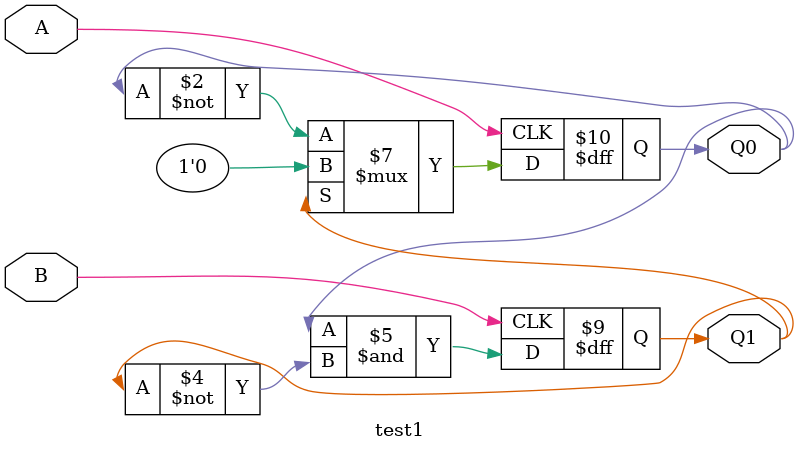
<source format=v>
module test1(output reg Q0,Q1, input A,B);
	always @ (posedge A)
		if (Q1) begin
			Q0 <= 1'b0; end
		else begin
			Q0 <= ~Q0; end
	always @ (posedge B)
		Q1 <= Q0&(~Q1);
endmodule

</source>
